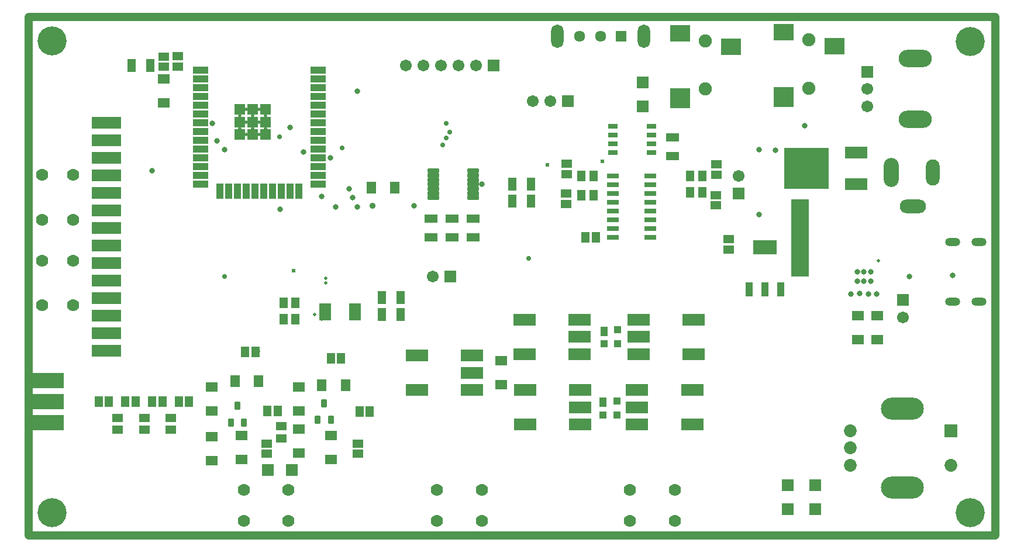
<source format=gts>
G04 Layer_Color=8388736*
%FSLAX44Y44*%
%MOMM*%
G71*
G01*
G75*
%ADD49C,1.2000*%
%ADD88R,1.6232X1.3032*%
%ADD89R,1.7032X1.7032*%
%ADD90R,1.4532X1.7032*%
%ADD91R,1.7032X1.7032*%
G04:AMPARAMS|DCode=92|XSize=1.7732mm|YSize=0.6132mm|CornerRadius=0.1529mm|HoleSize=0mm|Usage=FLASHONLY|Rotation=180.000|XOffset=0mm|YOffset=0mm|HoleType=Round|Shape=RoundedRectangle|*
%AMROUNDEDRECTD92*
21,1,1.7732,0.3075,0,0,180.0*
21,1,1.4675,0.6132,0,0,180.0*
1,1,0.3057,-0.7338,0.1537*
1,1,0.3057,0.7338,0.1537*
1,1,0.3057,0.7338,-0.1537*
1,1,0.3057,-0.7338,-0.1537*
%
%ADD92ROUNDEDRECTD92*%
%ADD93R,1.7018X0.5334*%
%ADD94R,1.7032X1.4532*%
%ADD95R,1.6032X1.3032*%
%ADD96R,6.4032X6.0032*%
%ADD97R,3.2032X1.8032*%
%ADD98R,2.2032X1.1032*%
%ADD99R,1.1032X2.2032*%
%ADD100R,1.5332X1.5332*%
%ADD101R,1.3032X1.6032*%
G04:AMPARAMS|DCode=102|XSize=1.2032mm|YSize=0.8532mm|CornerRadius=0.1829mm|HoleSize=0mm|Usage=FLASHONLY|Rotation=90.000|XOffset=0mm|YOffset=0mm|HoleType=Round|Shape=RoundedRectangle|*
%AMROUNDEDRECTD102*
21,1,1.2032,0.4875,0,0,90.0*
21,1,0.8375,0.8532,0,0,90.0*
1,1,0.3657,0.2437,0.4188*
1,1,0.3657,0.2437,-0.4188*
1,1,0.3657,-0.2437,-0.4188*
1,1,0.3657,-0.2437,0.4188*
%
%ADD102ROUNDEDRECTD102*%
%ADD103R,1.1032X1.0032*%
%ADD104R,1.1032X1.4032*%
%ADD105R,3.2032X1.7032*%
%ADD106R,1.8032X0.8032*%
%ADD107R,1.9032X1.3032*%
%ADD108R,1.3032X1.9032*%
%ADD109R,1.3032X1.6232*%
%ADD110R,1.4732X0.7032*%
%ADD111R,4.2032X1.8032*%
%ADD112R,3.3932X2.1132*%
%ADD113R,1.1032X2.1132*%
%ADD114R,1.2532X1.5032*%
%ADD115R,5.2032X2.2032*%
%ADD116R,5.2032X2.2032*%
%ADD117R,3.0032X3.0032*%
%ADD118R,3.0032X2.4032*%
%ADD119C,1.7032*%
%ADD120O,4.8032X2.5032*%
%ADD121C,1.7112*%
%ADD122R,1.7112X1.7112*%
%ADD123O,2.2032X1.2032*%
%ADD124O,2.2032X4.2032*%
%ADD125O,2.0032X3.8032*%
%ADD126O,3.8032X2.0032*%
%ADD127C,1.7782*%
%ADD128C,0.5032*%
%ADD129R,2.6032X11.2032*%
%ADD130O,6.2032X3.2032*%
%ADD131C,1.8532*%
%ADD132R,1.8532X1.8532*%
%ADD133C,1.6112*%
%ADD134R,1.6112X1.6112*%
%ADD135O,1.8032X3.4032*%
%ADD136C,1.9032*%
%ADD137C,0.6032*%
%ADD138C,0.9032*%
%ADD139C,0.8032*%
%ADD140C,0.7032*%
%ADD141C,1.6032*%
%ADD142C,1.4032*%
%ADD143C,4.2032*%
D49*
X261000Y442000D02*
X261000Y1193000D01*
X1661000Y1193000D01*
X1661000Y442000D02*
X1661000Y1193000D01*
X261000Y442000D02*
X1661000Y442000D01*
D88*
X627000Y583150D02*
D03*
Y600850D02*
D03*
X390000Y595150D02*
D03*
Y612850D02*
D03*
X428500Y595150D02*
D03*
Y612850D02*
D03*
X467000Y595150D02*
D03*
Y612850D02*
D03*
D89*
X607500Y537000D02*
D03*
X642500D02*
D03*
X1041400Y1071000D02*
D03*
X934400Y1123000D02*
D03*
X871400Y817000D02*
D03*
D90*
X791500Y946000D02*
D03*
X757000D02*
D03*
X685750Y660000D02*
D03*
X720250D02*
D03*
X559750Y666000D02*
D03*
X594250D02*
D03*
D91*
X1150000Y1063500D02*
D03*
Y1098500D02*
D03*
X1400000Y515000D02*
D03*
Y480000D02*
D03*
X1360000Y515500D02*
D03*
Y480500D02*
D03*
X1527000Y783400D02*
D03*
X1289000Y937600D02*
D03*
D92*
X847300Y931500D02*
D03*
Y938000D02*
D03*
Y944500D02*
D03*
Y951000D02*
D03*
Y957500D02*
D03*
Y964000D02*
D03*
Y970500D02*
D03*
X904700D02*
D03*
Y964000D02*
D03*
Y957500D02*
D03*
Y951000D02*
D03*
Y944500D02*
D03*
Y938000D02*
D03*
Y931500D02*
D03*
D93*
X733844Y775906D02*
D03*
Y771080D02*
D03*
Y766000D02*
D03*
Y760920D02*
D03*
Y756094D02*
D03*
X690156D02*
D03*
Y760920D02*
D03*
Y766000D02*
D03*
Y771080D02*
D03*
Y775906D02*
D03*
D94*
X1462000Y725750D02*
D03*
Y760250D02*
D03*
X1490000Y725750D02*
D03*
Y760250D02*
D03*
X652000Y622750D02*
D03*
Y657250D02*
D03*
X699000Y552750D02*
D03*
Y587250D02*
D03*
X652000Y561750D02*
D03*
Y596250D02*
D03*
X945000Y695250D02*
D03*
Y660750D02*
D03*
X526000Y550750D02*
D03*
Y585250D02*
D03*
X569000Y552750D02*
D03*
Y587250D02*
D03*
X526000Y622750D02*
D03*
Y657250D02*
D03*
X457000Y1068750D02*
D03*
Y1103250D02*
D03*
D95*
X1257000Y965000D02*
D03*
Y980000D02*
D03*
X1256000Y935500D02*
D03*
Y920500D02*
D03*
X457000Y1136000D02*
D03*
Y1121000D02*
D03*
X1275000Y871500D02*
D03*
Y856500D02*
D03*
X477000Y1136500D02*
D03*
Y1121500D02*
D03*
X738000Y560500D02*
D03*
Y575500D02*
D03*
X606000Y560500D02*
D03*
Y575500D02*
D03*
X1039000Y937500D02*
D03*
Y922500D02*
D03*
X1040000Y965500D02*
D03*
Y980500D02*
D03*
D96*
X1387100Y974000D02*
D03*
D97*
X1458900Y951100D02*
D03*
Y996900D02*
D03*
D98*
X510350Y1116175D02*
D03*
Y1103475D02*
D03*
Y1090775D02*
D03*
Y1078075D02*
D03*
Y1065375D02*
D03*
Y1052675D02*
D03*
Y1039975D02*
D03*
Y1027275D02*
D03*
Y1014575D02*
D03*
Y1001875D02*
D03*
Y989175D02*
D03*
Y976475D02*
D03*
Y963775D02*
D03*
Y951075D02*
D03*
X680350D02*
D03*
Y963775D02*
D03*
Y976475D02*
D03*
Y989175D02*
D03*
Y1001875D02*
D03*
Y1014575D02*
D03*
Y1027275D02*
D03*
Y1039975D02*
D03*
Y1052675D02*
D03*
Y1065375D02*
D03*
Y1078075D02*
D03*
Y1090775D02*
D03*
Y1103475D02*
D03*
Y1116175D02*
D03*
D99*
X538200Y941075D02*
D03*
X550900D02*
D03*
X563600D02*
D03*
X576300D02*
D03*
X589000D02*
D03*
X601700D02*
D03*
X614400D02*
D03*
X627100D02*
D03*
X639800D02*
D03*
X652500D02*
D03*
D100*
X567000Y1059525D02*
D03*
X585350D02*
D03*
X603700D02*
D03*
X567000Y1041175D02*
D03*
X585350D02*
D03*
X603700D02*
D03*
X567000Y1022825D02*
D03*
X585350D02*
D03*
X603700D02*
D03*
D101*
X698500Y699000D02*
D03*
X713500D02*
D03*
X574500Y708000D02*
D03*
X589500D02*
D03*
X454832Y636000D02*
D03*
X439832D02*
D03*
X621500Y623000D02*
D03*
X606500D02*
D03*
X755000Y622000D02*
D03*
X740000D02*
D03*
X377495Y636000D02*
D03*
X362495D02*
D03*
X416164D02*
D03*
X401164D02*
D03*
X493500D02*
D03*
X478500D02*
D03*
X1082500Y874000D02*
D03*
X1067500D02*
D03*
D102*
X689000Y634000D02*
D03*
X698500Y610000D02*
D03*
X679500D02*
D03*
X563500Y630000D02*
D03*
X573000Y606000D02*
D03*
X554000D02*
D03*
D103*
X1114000Y720000D02*
D03*
X1094000D02*
D03*
X1114000Y740000D02*
D03*
X1113000Y617000D02*
D03*
X1093000D02*
D03*
X1113000Y637000D02*
D03*
D104*
X1094000Y738000D02*
D03*
X1093000Y635000D02*
D03*
D105*
X1142000Y603000D02*
D03*
Y628000D02*
D03*
Y653000D02*
D03*
X1222000D02*
D03*
Y603000D02*
D03*
X1144000Y705000D02*
D03*
Y730000D02*
D03*
Y755000D02*
D03*
X1224000D02*
D03*
Y705000D02*
D03*
X1059000Y755000D02*
D03*
Y730000D02*
D03*
Y705000D02*
D03*
X979000D02*
D03*
Y755000D02*
D03*
X1060000Y653000D02*
D03*
Y628000D02*
D03*
Y603000D02*
D03*
X980000D02*
D03*
Y653000D02*
D03*
X903000Y703000D02*
D03*
Y678000D02*
D03*
Y653000D02*
D03*
X823000D02*
D03*
Y703000D02*
D03*
D106*
X1107000Y962800D02*
D03*
Y950100D02*
D03*
Y937400D02*
D03*
Y924700D02*
D03*
Y912000D02*
D03*
Y899300D02*
D03*
Y886600D02*
D03*
Y873900D02*
D03*
X1161000D02*
D03*
Y886600D02*
D03*
Y899300D02*
D03*
Y912000D02*
D03*
Y924700D02*
D03*
Y937400D02*
D03*
Y950100D02*
D03*
Y962800D02*
D03*
D107*
X874000Y901500D02*
D03*
Y874500D02*
D03*
X844000Y901500D02*
D03*
Y874500D02*
D03*
X905000D02*
D03*
Y901500D02*
D03*
X1193000Y1018500D02*
D03*
Y991500D02*
D03*
D108*
X988500Y951000D02*
D03*
X961500D02*
D03*
X410500Y1123000D02*
D03*
X437500D02*
D03*
X988500Y927000D02*
D03*
X961500D02*
D03*
X772500Y787000D02*
D03*
X799500D02*
D03*
X772500Y762000D02*
D03*
X799500D02*
D03*
D109*
X1219148Y963003D02*
D03*
X1236848D02*
D03*
X1219150Y939000D02*
D03*
X1236850D02*
D03*
X1061150Y935000D02*
D03*
X1078850D02*
D03*
X1061300Y963000D02*
D03*
X1079000D02*
D03*
D110*
X1107000Y1035050D02*
D03*
Y1022350D02*
D03*
Y1009650D02*
D03*
Y996950D02*
D03*
X1163000D02*
D03*
Y1009650D02*
D03*
Y1022350D02*
D03*
Y1035050D02*
D03*
D111*
X373380Y710250D02*
D03*
Y735650D02*
D03*
Y761050D02*
D03*
Y786450D02*
D03*
Y811850D02*
D03*
Y837250D02*
D03*
Y862650D02*
D03*
Y888050D02*
D03*
Y913450D02*
D03*
Y938850D02*
D03*
Y964250D02*
D03*
Y989650D02*
D03*
Y1015050D02*
D03*
Y1040450D02*
D03*
D112*
X1327000Y859500D02*
D03*
D113*
X1350000Y798500D02*
D03*
X1327000D02*
D03*
X1304000D02*
D03*
D114*
X630000Y779000D02*
D03*
Y756000D02*
D03*
X647500D02*
D03*
Y779000D02*
D03*
D115*
X287000Y636000D02*
D03*
D116*
Y667000D02*
D03*
Y606000D02*
D03*
D117*
X1204000Y1076000D02*
D03*
X1354000Y1077000D02*
D03*
D118*
X1204000Y1170000D02*
D03*
X1278000Y1150000D02*
D03*
X1354000Y1171000D02*
D03*
X1428000Y1151000D02*
D03*
D119*
X1016000Y1071000D02*
D03*
X990600D02*
D03*
X1527000Y758000D02*
D03*
X1289000Y963000D02*
D03*
X807400Y1123000D02*
D03*
X832800D02*
D03*
X858200D02*
D03*
X883600D02*
D03*
X909000D02*
D03*
X846000Y817000D02*
D03*
D120*
X1545000Y1045000D02*
D03*
Y1133000D02*
D03*
D121*
X1475000Y1064000D02*
D03*
Y1089000D02*
D03*
D122*
Y1114000D02*
D03*
D123*
X1599050Y867200D02*
D03*
Y780800D02*
D03*
X1637050Y867200D02*
D03*
Y780800D02*
D03*
D124*
X1510000Y968000D02*
D03*
D125*
X1570000D02*
D03*
D126*
X1541000Y919000D02*
D03*
D127*
X1196500Y508500D02*
D03*
Y463500D02*
D03*
X1131500Y508500D02*
D03*
Y463500D02*
D03*
X917000Y508500D02*
D03*
Y463500D02*
D03*
X852000Y508500D02*
D03*
Y463500D02*
D03*
X637500Y508500D02*
D03*
Y463500D02*
D03*
X572500Y508500D02*
D03*
Y463500D02*
D03*
X280500Y840500D02*
D03*
X325500D02*
D03*
X280500Y775500D02*
D03*
X325500D02*
D03*
X280500Y964500D02*
D03*
X325500D02*
D03*
X280500Y899500D02*
D03*
X325500D02*
D03*
D128*
X576175Y1059525D02*
D03*
X594525D02*
D03*
X567000Y1050350D02*
D03*
X585350D02*
D03*
X603700D02*
D03*
X576175Y1041175D02*
D03*
X594525D02*
D03*
X567000Y1032000D02*
D03*
X585350D02*
D03*
X603700D02*
D03*
X576175Y1022825D02*
D03*
X594525D02*
D03*
X691000Y815000D02*
D03*
X1491000Y840000D02*
D03*
X845000Y970000D02*
D03*
X685000Y756000D02*
D03*
X904700Y964000D02*
D03*
X675000Y762000D02*
D03*
X691000Y808000D02*
D03*
D129*
X1378000Y873000D02*
D03*
D130*
X1526000Y512000D02*
D03*
Y626000D02*
D03*
D131*
X1451000Y544000D02*
D03*
Y569000D02*
D03*
Y594000D02*
D03*
X1596000Y544000D02*
D03*
D132*
Y594000D02*
D03*
D133*
X1059000Y1165000D02*
D03*
X1089000D02*
D03*
D134*
X1119000D02*
D03*
D135*
X1026500D02*
D03*
X1151500D02*
D03*
D136*
X1241000Y1089000D02*
D03*
Y1159000D02*
D03*
X1391000Y1090000D02*
D03*
Y1160000D02*
D03*
D137*
X645000Y826000D02*
D03*
X627000Y600850D02*
D03*
X910000Y957500D02*
D03*
X840998Y963998D02*
D03*
X1092000Y984000D02*
D03*
X1161000Y1035000D02*
D03*
X1012000Y979000D02*
D03*
D138*
X759000Y920000D02*
D03*
D139*
X698175Y989175D02*
D03*
X640000Y1033000D02*
D03*
X819000Y920000D02*
D03*
X737000Y1086000D02*
D03*
X680350Y1078075D02*
D03*
X1461000Y811000D02*
D03*
X1470500D02*
D03*
X1480000D02*
D03*
Y824000D02*
D03*
X1470500D02*
D03*
X1461000D02*
D03*
X1489000Y792000D02*
D03*
X1477000D02*
D03*
X1464000Y793000D02*
D03*
X1451950Y792250D02*
D03*
X1536000Y817750D02*
D03*
X1599000Y819000D02*
D03*
X510350Y1103475D02*
D03*
Y1090775D02*
D03*
Y1014575D02*
D03*
Y1001875D02*
D03*
Y963775D02*
D03*
X680350Y976475D02*
D03*
X374000Y936000D02*
D03*
X375000Y890000D02*
D03*
X680350Y1052675D02*
D03*
Y1027275D02*
D03*
X534000Y1014000D02*
D03*
X1319000Y907000D02*
D03*
X592000Y709000D02*
D03*
X545000Y1001000D02*
D03*
X510350Y976475D02*
D03*
X685000Y933000D02*
D03*
X730000Y932000D02*
D03*
X625000Y915000D02*
D03*
X706000Y918000D02*
D03*
X737000D02*
D03*
X725000Y944000D02*
D03*
X917000Y951000D02*
D03*
X1385000Y1036000D02*
D03*
X1061000Y963000D02*
D03*
X1062000Y936000D02*
D03*
X1205000Y1173000D02*
D03*
X1207000Y1076000D02*
D03*
X1277000Y1148000D02*
D03*
X1319000Y1001000D02*
D03*
X1342000Y1000000D02*
D03*
X504000Y990000D02*
D03*
X527000Y1039000D02*
D03*
X659000Y998000D02*
D03*
X439999Y970998D02*
D03*
D140*
X678000Y951000D02*
D03*
X1354000Y1077000D02*
D03*
X1428000Y1151000D02*
D03*
X1055000Y629000D02*
D03*
X1062000Y730000D02*
D03*
X715000Y1004000D02*
D03*
X1328000Y858000D02*
D03*
X1316000D02*
D03*
X1339000Y865000D02*
D03*
Y858000D02*
D03*
X1316000Y865000D02*
D03*
X985000Y844000D02*
D03*
X866000Y1039000D02*
D03*
X871000Y1026350D02*
D03*
X866000Y1018000D02*
D03*
X861000Y1008000D02*
D03*
X545000Y817000D02*
D03*
X624000Y1020000D02*
D03*
D141*
X373380Y1040450D02*
D03*
D142*
Y1015050D02*
D03*
Y964250D02*
D03*
Y989650D02*
D03*
Y938850D02*
D03*
Y913450D02*
D03*
Y888050D02*
D03*
Y862650D02*
D03*
Y837250D02*
D03*
Y811850D02*
D03*
Y786450D02*
D03*
Y761050D02*
D03*
Y735650D02*
D03*
Y710250D02*
D03*
D143*
X295000Y1159000D02*
D03*
X1624000Y1158000D02*
D03*
Y475000D02*
D03*
X295000D02*
D03*
M02*

</source>
